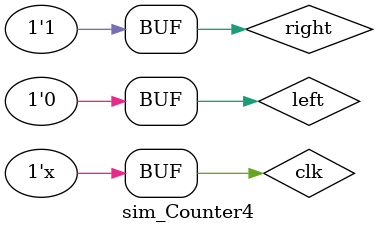
<source format=v>
`timescale 1ns / 1ps


module sim_Counter4(

    );
    reg clk,left,right;
    wire [1:0] Numb;
    
    Counter4 mycounter4(clk,left,right,Numb);
    
    initial
    begin
        clk = 0; left = 0; right = 0;
    end
    
    always #7.5 clk <= ~clk;
    
    always
    begin
        #15 left <= 1;right <= 0;
        #15 left <= 1;right <= 0;
        #15 left <= 1;right <= 0;
        #15 left <= 1;right <= 0;
        #15 right <= 1;left <= 0;
        #15 right <= 1;left <= 0;
        #15 right <= 1;left <= 0;
        #15 right <= 1;left <= 0;
    end
    
endmodule

</source>
